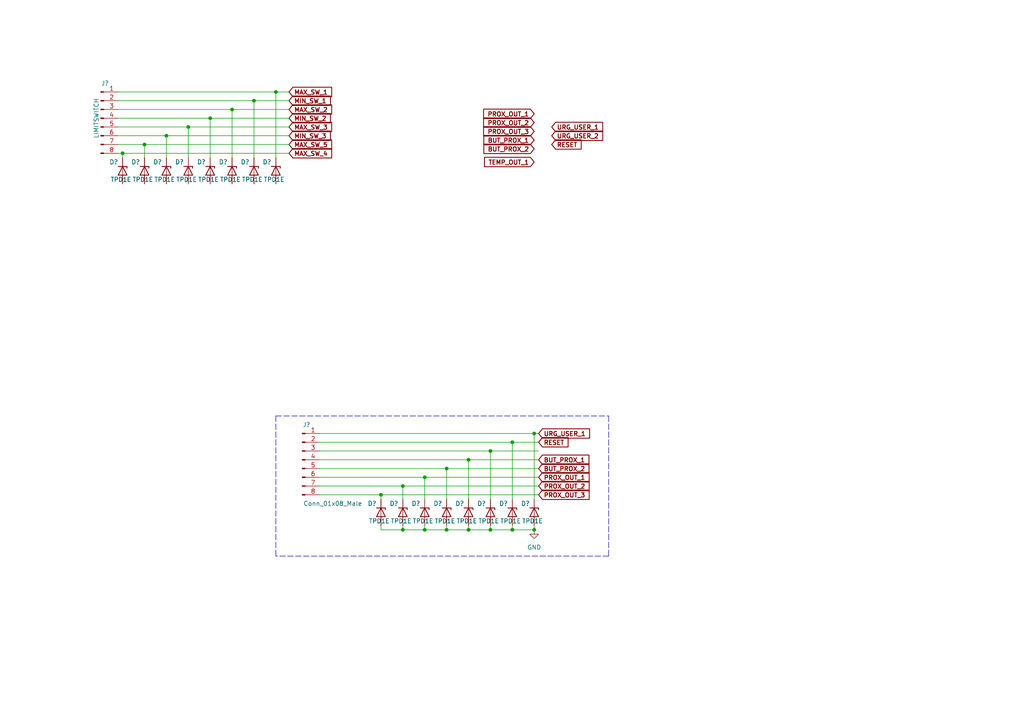
<source format=kicad_sch>
(kicad_sch (version 20211123) (generator eeschema)
  (paper "A4")
  (lib_symbols
    (symbol "Connector:Conn_01x08_Male" (pin_names (offset 1.016) hide)
      (property "Reference" "J" (at 0 10.16 0))
      (property "Value" "Conn_01x08_Male" (at 0 -12.7 0))
      (symbol "Conn_01x08_Male_1_1"
        (polyline (pts (xy 1.27 -10.16) (xy 0.8636 -10.16)) (stroke (width 0.1524)))
        (polyline (pts (xy 1.27 -7.62) (xy 0.8636 -7.62)) (stroke (width 0.1524)))
        (polyline (pts (xy 1.27 -5.08) (xy 0.8636 -5.08)) (stroke (width 0.1524)))
        (polyline (pts (xy 1.27 -2.54) (xy 0.8636 -2.54)) (stroke (width 0.1524)))
        (polyline (pts (xy 1.27 0) (xy 0.8636 0)) (stroke (width 0.1524)))
        (polyline (pts (xy 1.27 2.54) (xy 0.8636 2.54)) (stroke (width 0.1524)))
        (polyline (pts (xy 1.27 5.08) (xy 0.8636 5.08)) (stroke (width 0.1524)))
        (polyline (pts (xy 1.27 7.62) (xy 0.8636 7.62)) (stroke (width 0.1524)))
        (rectangle (start 0.8636 -10.033) (end 0 -10.287) (stroke (width 0.1524)) (fill (type outline)))
        (rectangle (start 0.8636 -7.493) (end 0 -7.747) (stroke (width 0.1524)) (fill (type outline)))
        (rectangle (start 0.8636 -4.953) (end 0 -5.207) (stroke (width 0.1524)) (fill (type outline)))
        (rectangle (start 0.8636 -2.413) (end 0 -2.667) (stroke (width 0.1524)) (fill (type outline)))
        (rectangle (start 0.8636 0.127) (end 0 -0.127) (stroke (width 0.1524)) (fill (type outline)))
        (rectangle (start 0.8636 2.667) (end 0 2.413) (stroke (width 0.1524)) (fill (type outline)))
        (rectangle (start 0.8636 5.207) (end 0 4.953) (stroke (width 0.1524)) (fill (type outline)))
        (rectangle (start 0.8636 7.747) (end 0 7.493) (stroke (width 0.1524)) (fill (type outline)))
        (pin passive line (at 5.08 7.62 180) (length 3.81) (name "Pin_1") (number "1"))
        (pin passive line (at 5.08 5.08 180) (length 3.81) (name "Pin_2") (number "2"))
        (pin passive line (at 5.08 2.54 180) (length 3.81) (name "Pin_3") (number "3"))
        (pin passive line (at 5.08 0 180) (length 3.81) (name "Pin_4") (number "4"))
        (pin passive line (at 5.08 -2.54 180) (length 3.81) (name "Pin_5") (number "5"))
        (pin passive line (at 5.08 -5.08 180) (length 3.81) (name "Pin_6") (number "6"))
        (pin passive line (at 5.08 -7.62 180) (length 3.81) (name "Pin_7") (number "7"))
        (pin passive line (at 5.08 -10.16 180) (length 3.81) (name "Pin_8") (number "8"))
      )
    )
    (symbol "Device:D_Zener" (pin_numbers hide) (pin_names (offset 1.016) hide)
      (property "Reference" "D" (at 0 2.54 0))
      (property "Value" "D_Zener" (at 0 -2.54 0))
      (symbol "D_Zener_0_1"
        (polyline (pts (xy 1.27 0) (xy -1.27 0)))
        (polyline (pts (xy -1.27 -1.27) (xy -1.27 1.27) (xy -0.762 1.27)) (stroke (width 0.254)))
        (polyline (pts (xy 1.27 -1.27) (xy 1.27 1.27) (xy -1.27 0) (xy 1.27 -1.27)) (stroke (width 0.254)))
      )
      (symbol "D_Zener_1_1"
        (pin passive line (at -3.81 0 0) (length 2.54) (name "K") (number "1"))
        (pin passive line (at 3.81 0 180) (length 2.54) (name "A") (number "2"))
      )
    )
    (symbol "power:GND" (power) (pin_names (offset 0))
      (property "Value" "GND" (at 0 -3.81 0))
      (symbol "GND_0_1"
        (polyline (pts (xy 0 0) (xy 0 -1.27) (xy 1.27 -1.27) (xy 0 -2.54) (xy -1.27 -1.27) (xy 0 -1.27)))
      )
      (symbol "GND_1_1"
        (pin power_in line (at 0 0 270) (length 0) hide (name "GND") (number "1"))
      )
    )
  )
  (junction (at 110.49 143.51))
  (junction (at 129.54 153.67))
  (junction (at 135.89 153.67))
  (junction (at 116.84 153.67))
  (junction (at 154.94 125.73))
  (junction (at 54.61 36.83))
  (junction (at 67.31 31.75))
  (junction (at 41.91 41.91))
  (junction (at 129.54 135.89))
  (junction (at 60.96 34.29))
  (junction (at 142.24 153.67))
  (junction (at 123.19 138.43))
  (junction (at 135.89 133.35))
  (junction (at 80.01 26.67))
  (junction (at 35.56 44.45))
  (junction (at 73.66 29.21))
  (junction (at 116.84 140.97))
  (junction (at 154.94 153.67))
  (junction (at 148.59 128.27))
  (junction (at 123.19 153.67))
  (junction (at 48.26 39.37))
  (junction (at 142.24 130.81))
  (junction (at 148.59 153.67))
  (wire (pts (xy 156.21 130.81) (xy 142.24 130.81)))
  (wire (pts (xy 123.19 152.4) (xy 123.19 153.67)))
  (wire (pts (xy 48.26 39.37) (xy 83.82 39.37)))
  (wire (pts (xy 142.24 130.81) (xy 92.71 130.81)))
  (wire (pts (xy 41.91 41.91) (xy 41.91 45.72)))
  (wire (pts (xy 142.24 130.81) (xy 142.24 144.78)))
  (polyline (pts (xy 176.53 161.29) (xy 80.01 161.29)))
  (wire (pts (xy 135.89 153.67) (xy 142.24 153.67)))
  (wire (pts (xy 116.84 140.97) (xy 116.84 144.78)))
  (wire (pts (xy 156.21 133.35) (xy 135.89 133.35)))
  (wire (pts (xy 34.29 26.67) (xy 80.01 26.67)))
  (wire (pts (xy 156.21 138.43) (xy 123.19 138.43)))
  (wire (pts (xy 80.01 26.67) (xy 80.01 45.72)))
  (wire (pts (xy 123.19 138.43) (xy 92.71 138.43)))
  (polyline (pts (xy 176.53 120.65) (xy 176.53 161.29)))
  (wire (pts (xy 142.24 152.4) (xy 142.24 153.67)))
  (wire (pts (xy 67.31 31.75) (xy 83.82 31.75)))
  (wire (pts (xy 34.29 29.21) (xy 73.66 29.21)))
  (wire (pts (xy 54.61 36.83) (xy 83.82 36.83)))
  (wire (pts (xy 156.21 143.51) (xy 110.49 143.51)))
  (wire (pts (xy 129.54 153.67) (xy 135.89 153.67)))
  (wire (pts (xy 116.84 153.67) (xy 123.19 153.67)))
  (wire (pts (xy 135.89 133.35) (xy 92.71 133.35)))
  (wire (pts (xy 48.26 39.37) (xy 48.26 45.72)))
  (wire (pts (xy 110.49 153.67) (xy 116.84 153.67)))
  (wire (pts (xy 34.29 34.29) (xy 60.96 34.29)))
  (wire (pts (xy 142.24 153.67) (xy 148.59 153.67)))
  (wire (pts (xy 156.21 140.97) (xy 116.84 140.97)))
  (wire (pts (xy 110.49 143.51) (xy 110.49 144.78)))
  (wire (pts (xy 148.59 153.67) (xy 154.94 153.67)))
  (wire (pts (xy 123.19 153.67) (xy 129.54 153.67)))
  (wire (pts (xy 129.54 152.4) (xy 129.54 153.67)))
  (wire (pts (xy 73.66 29.21) (xy 83.82 29.21)))
  (wire (pts (xy 67.31 31.75) (xy 67.31 45.72)))
  (wire (pts (xy 80.01 26.67) (xy 83.82 26.67)))
  (wire (pts (xy 129.54 135.89) (xy 129.54 144.78)))
  (wire (pts (xy 35.56 44.45) (xy 35.56 45.72)))
  (wire (pts (xy 34.29 44.45) (xy 35.56 44.45)))
  (wire (pts (xy 148.59 128.27) (xy 148.59 144.78)))
  (polyline (pts (xy 80.01 120.65) (xy 80.01 161.29)))
  (wire (pts (xy 54.61 36.83) (xy 54.61 45.72)))
  (wire (pts (xy 154.94 125.73) (xy 92.71 125.73)))
  (wire (pts (xy 129.54 135.89) (xy 92.71 135.89)))
  (wire (pts (xy 123.19 138.43) (xy 123.19 144.78)))
  (wire (pts (xy 156.21 125.73) (xy 154.94 125.73)))
  (wire (pts (xy 110.49 143.51) (xy 92.71 143.51)))
  (wire (pts (xy 154.94 125.73) (xy 154.94 144.78)))
  (wire (pts (xy 154.94 152.4) (xy 154.94 153.67)))
  (wire (pts (xy 34.29 31.75) (xy 67.31 31.75)))
  (wire (pts (xy 35.56 44.45) (xy 83.82 44.45)))
  (wire (pts (xy 34.29 39.37) (xy 48.26 39.37)))
  (wire (pts (xy 34.29 36.83) (xy 54.61 36.83)))
  (wire (pts (xy 60.96 34.29) (xy 83.82 34.29)))
  (polyline (pts (xy 80.01 120.65) (xy 176.53 120.65)))
  (wire (pts (xy 73.66 29.21) (xy 73.66 45.72)))
  (wire (pts (xy 148.59 128.27) (xy 92.71 128.27)))
  (wire (pts (xy 60.96 34.29) (xy 60.96 45.72)))
  (wire (pts (xy 34.29 41.91) (xy 41.91 41.91)))
  (wire (pts (xy 135.89 152.4) (xy 135.89 153.67)))
  (wire (pts (xy 156.21 135.89) (xy 129.54 135.89)))
  (wire (pts (xy 110.49 152.4) (xy 110.49 153.67)))
  (wire (pts (xy 116.84 140.97) (xy 92.71 140.97)))
  (wire (pts (xy 148.59 152.4) (xy 148.59 153.67)))
  (wire (pts (xy 41.91 41.91) (xy 83.82 41.91)))
  (wire (pts (xy 135.89 133.35) (xy 135.89 144.78)))
  (wire (pts (xy 116.84 152.4) (xy 116.84 153.67)))
  (wire (pts (xy 156.21 128.27) (xy 148.59 128.27)))
  (global_label "BUT_PROX_2" (shape input) (at 154.94 43.18 180) (effects (font (thickness 0.254) bold)) (property "Intersheet References" "${INTERSHEET_REFS}" (effects hide)))
  (global_label "MIN_SW_2" (shape input) (at 83.82 34.29 0) (effects (font (thickness 0.254) bold)) (property "Intersheet References" "${INTERSHEET_REFS}" (effects hide)))
  (global_label "PROX_OUT_1" (shape input) (at 154.94 33.02 180) (effects (font (thickness 0.254) bold)) (property "Intersheet References" "${INTERSHEET_REFS}" (effects hide)))
  (global_label "PROX_OUT_3" (shape input) (at 154.94 38.1 180) (effects (font (thickness 0.254) bold)) (property "Intersheet References" "${INTERSHEET_REFS}" (effects hide)))
  (global_label "PROX_OUT_2" (shape input) (at 154.94 35.56 180) (effects (font (thickness 0.254) bold)) (property "Intersheet References" "${INTERSHEET_REFS}" (effects hide)))
  (global_label "MAX_SW_4" (shape input) (at 83.82 44.45 0) (effects (font (thickness 0.254) bold)) (property "Intersheet References" "${INTERSHEET_REFS}" (effects hide)))
  (global_label "PROX_OUT_3" (shape input) (at 156.21 143.51 0) (effects (font (thickness 0.254) bold)) (property "Intersheet References" "${INTERSHEET_REFS}" (effects hide)))
  (global_label "BUT_PROX_1" (shape input) (at 154.94 40.64 180) (effects (font (thickness 0.254) bold)) (property "Intersheet References" "${INTERSHEET_REFS}" (effects hide)))
  (global_label "BUT_PROX_2" (shape input) (at 156.21 135.89 0) (effects (font (thickness 0.254) bold)) (property "Intersheet References" "${INTERSHEET_REFS}" (effects hide)))
  (global_label "URG_USER_1" (shape input) (at 156.21 125.73 0) (effects (font (thickness 0.254) bold)) (property "Intersheet References" "${INTERSHEET_REFS}" (effects hide)))
  (global_label "RESET" (shape input) (at 156.21 128.27 0) (effects (font (thickness 0.254) bold)) (property "Intersheet References" "${INTERSHEET_REFS}" (effects hide)))
  (global_label "MAX_SW_1" (shape input) (at 83.82 26.67 0) (effects (font (thickness 0.254) bold)) (property "Intersheet References" "${INTERSHEET_REFS}" (effects hide)))
  (global_label "PROX_OUT_2" (shape input) (at 156.21 140.97 0) (effects (font (thickness 0.254) bold)) (property "Intersheet References" "${INTERSHEET_REFS}" (effects hide)))
  (global_label "PROX_OUT_1" (shape input) (at 156.21 138.43 0) (effects (font (thickness 0.254) bold)) (property "Intersheet References" "${INTERSHEET_REFS}" (effects hide)))
  (global_label "MAX_SW_3" (shape input) (at 83.82 36.83 0) (effects (font (thickness 0.254) bold)) (property "Intersheet References" "${INTERSHEET_REFS}" (effects hide)))
  (global_label "MIN_SW_3" (shape input) (at 83.82 39.37 0) (effects (font (thickness 0.254) bold)) (property "Intersheet References" "${INTERSHEET_REFS}" (effects hide)))
  (global_label "TEMP_OUT_1" (shape input) (at 154.94 46.99 180) (effects (font (thickness 0.254) bold)) (property "Intersheet References" "${INTERSHEET_REFS}" (effects hide)))
  (global_label "RESET" (shape input) (at 160.02 41.91 0) (effects (font (thickness 0.254) bold)) (property "Intersheet References" "${INTERSHEET_REFS}" (effects hide)))
  (global_label "URG_USER_1" (shape input) (at 160.02 36.83 0) (effects (font (thickness 0.254) bold)) (property "Intersheet References" "${INTERSHEET_REFS}" (effects hide)))
  (global_label "MAX_SW_2" (shape input) (at 83.82 31.75 0) (effects (font (thickness 0.254) bold)) (property "Intersheet References" "${INTERSHEET_REFS}" (effects hide)))
  (global_label "URG_USER_2" (shape input) (at 160.02 39.37 0) (effects (font (thickness 0.254) bold)) (property "Intersheet References" "${INTERSHEET_REFS}" (effects hide)))
  (global_label "MAX_SW_5" (shape input) (at 83.82 41.91 0) (effects (font (thickness 0.254) bold)) (property "Intersheet References" "${INTERSHEET_REFS}" (effects hide)))
  (global_label "MIN_SW_1" (shape input) (at 83.82 29.21 0) (effects (font (thickness 0.254) bold)) (property "Intersheet References" "${INTERSHEET_REFS}" (effects hide)))
  (global_label "BUT_PROX_1" (shape input) (at 156.21 133.35 0) (effects (font (thickness 0.254) bold)) (property "Intersheet References" "${INTERSHEET_REFS}" (effects hide)))
  (symbol (lib_id "Connector:Conn_01x08_Male") (at 87.63 133.35 0) (unit 1)
    (property "Reference" "J?" (at 88.9 123.19 0))
    (property "Value" "Conn_01x08_Male" (at 96.52 146.05 0))
    (property "Footprint" "Connector_PinHeader_2.54mm:PinHeader_1x08_P2.54mm_Vertical" (effects hide))
  )
  (symbol (lib_id "Device:D_Zener") (at 148.59 148.59 270) (unit 1)
    (property "Reference" "D?" (at 147.32 146.05 90) (effects (justify right)))
    (property "Value" "TPD1E" (at 151.13 151.13 90) (effects (justify right)))
    (property "Footprint" "FootPrint:DPY2_TEX" (effects hide))
  )
  (symbol (lib_id "Device:D_Zener") (at 142.24 148.59 270) (unit 1)
    (property "Reference" "D?" (at 140.97 146.05 90) (effects (justify right)))
    (property "Value" "TPD1E" (at 144.78 151.13 90) (effects (justify right)))
    (property "Footprint" "FootPrint:DPY2_TEX" (effects hide))
  )
  (symbol (lib_id "Device:D_Zener") (at 129.54 148.59 270) (unit 1)
    (property "Reference" "D?" (at 128.27 146.05 90) (effects (justify right)))
    (property "Value" "TPD1E" (at 132.08 151.13 90) (effects (justify right)))
    (property "Footprint" "FootPrint:DPY2_TEX" (effects hide))
  )
  (symbol (lib_id "Device:D_Zener") (at 48.26 49.53 270) (unit 1)
    (property "Reference" "D?" (at 46.99 46.99 90) (effects (justify right)))
    (property "Value" "TPD1E" (at 50.8 52.07 90) (effects (justify right)))
    (property "Footprint" "FootPrint:DPY2_TEX" (effects hide))
  )
  (symbol (lib_id "Device:D_Zener") (at 54.61 49.53 270) (unit 1)
    (property "Reference" "D?" (at 53.34 46.99 90) (effects (justify right)))
    (property "Value" "TPD1E" (at 57.15 52.07 90) (effects (justify right)))
    (property "Footprint" "FootPrint:DPY2_TEX" (effects hide))
  )
  (symbol (lib_id "Device:D_Zener") (at 135.89 148.59 270) (unit 1)
    (property "Reference" "D?" (at 134.62 146.05 90) (effects (justify right)))
    (property "Value" "TPD1E" (at 138.43 151.13 90) (effects (justify right)))
    (property "Footprint" "FootPrint:DPY2_TEX" (effects hide))
  )
  (symbol (lib_id "Device:D_Zener") (at 60.96 49.53 270) (unit 1)
    (property "Reference" "D?" (at 59.69 46.99 90) (effects (justify right)))
    (property "Value" "TPD1E" (at 63.5 52.07 90) (effects (justify right)))
    (property "Footprint" "FootPrint:DPY2_TEX" (effects hide))
  )
  (symbol (lib_id "Device:D_Zener") (at 116.84 148.59 270) (unit 1)
    (property "Reference" "D?" (at 115.57 146.05 90) (effects (justify right)))
    (property "Value" "TPD1E" (at 119.38 151.13 90) (effects (justify right)))
    (property "Footprint" "FootPrint:DPY2_TEX" (effects hide))
  )
  (symbol (lib_id "Device:D_Zener") (at 123.19 148.59 270) (unit 1)
    (property "Reference" "D?" (at 121.92 146.05 90) (effects (justify right)))
    (property "Value" "TPD1E" (at 125.73 151.13 90) (effects (justify right)))
    (property "Footprint" "FootPrint:DPY2_TEX" (effects hide))
  )
  (symbol (lib_id "Device:D_Zener") (at 41.91 49.53 270) (unit 1)
    (property "Reference" "D?" (at 40.64 46.99 90) (effects (justify right)))
    (property "Value" "TPD1E" (at 44.45 52.07 90) (effects (justify right)))
    (property "Footprint" "FootPrint:DPY2_TEX" (effects hide))
  )
  (symbol (lib_id "Device:D_Zener") (at 154.94 148.59 270) (unit 1)
    (property "Reference" "D?" (at 153.67 146.05 90) (effects (justify right)))
    (property "Value" "TPD1E" (at 157.48 151.13 90) (effects (justify right)))
    (property "Footprint" "FootPrint:DPY2_TEX" (effects hide))
  )
  (symbol (lib_id "Connector:Conn_01x08_Male") (at 29.21 34.29 0) (unit 1)
    (property "Reference" "J?" (at 30.48 24.13 0))
    (property "Value" "LIMITSWITCH" (at 27.94 34.29 90))
    (property "Footprint" "Connector_PinHeader_2.54mm:PinHeader_1x08_P2.54mm_Vertical" (effects hide))
  )
  (symbol (lib_id "Device:D_Zener") (at 35.56 49.53 270) (unit 1)
    (property "Reference" "D?" (at 34.29 46.99 90) (effects (justify right)))
    (property "Value" "TPD1E" (at 38.1 52.07 90) (effects (justify right)))
    (property "Footprint" "FootPrint:DPY2_TEX" (effects hide))
  )
  (symbol (lib_id "Device:D_Zener") (at 67.31 49.53 270) (unit 1)
    (property "Reference" "D?" (at 66.04 46.99 90) (effects (justify right)))
    (property "Value" "TPD1E" (at 69.85 52.07 90) (effects (justify right)))
    (property "Footprint" "FootPrint:DPY2_TEX" (effects hide))
  )
  (symbol (lib_id "Device:D_Zener") (at 80.01 49.53 270) (unit 1)
    (property "Reference" "D?" (at 78.74 46.99 90) (effects (justify right)))
    (property "Value" "TPD1E" (at 82.55 52.07 90) (effects (justify right)))
    (property "Footprint" "FootPrint:DPY2_TEX" (effects hide))
  )
  (symbol (lib_id "Device:D_Zener") (at 110.49 148.59 270) (unit 1)
    (property "Reference" "D?" (at 109.22 146.05 90) (effects (justify right)))
    (property "Value" "TPD1E" (at 113.03 151.13 90) (effects (justify right)))
    (property "Footprint" "FootPrint:DPY2_TEX" (effects hide))
  )
  (symbol (lib_id "Device:D_Zener") (at 73.66 49.53 270) (unit 1)
    (property "Reference" "D?" (at 72.39 46.99 90) (effects (justify right)))
    (property "Value" "TPD1E" (at 76.2 52.07 90) (effects (justify right)))
    (property "Footprint" "FootPrint:DPY2_TEX" (effects hide))
  )
  (symbol (lib_id "power:GND") (at 154.94 153.67 0) (unit 1)
    (property "Reference" "#PWR?" (effects hide))
    (property "Value" "GND" (at 154.94 158.75 0))
  )
)
</source>
